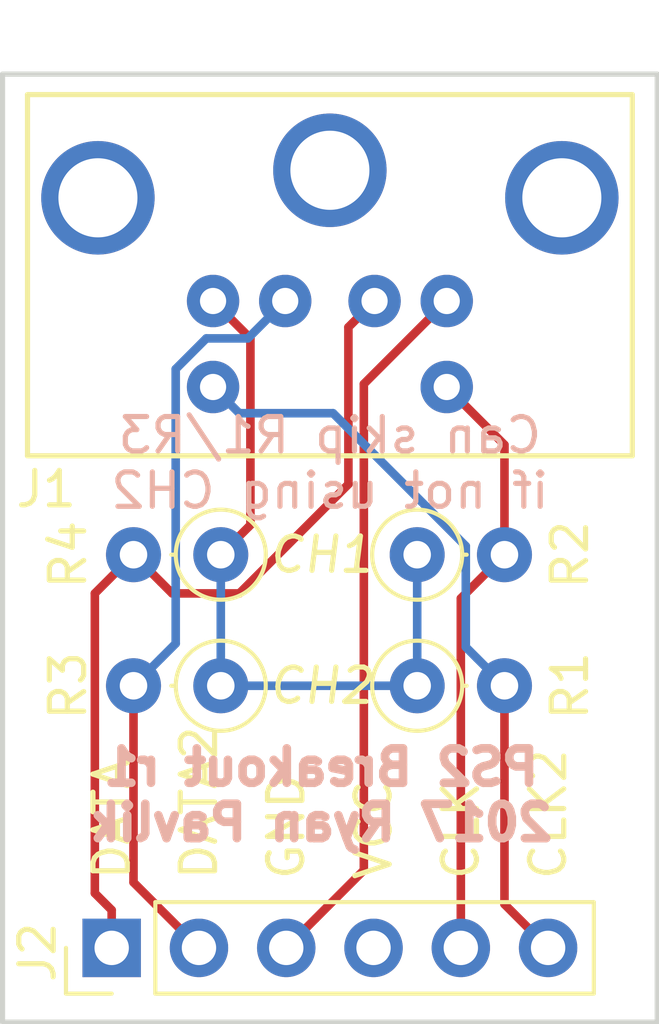
<source format=kicad_pcb>
(kicad_pcb (version 4) (host pcbnew 4.0.6)

  (general
    (links 17)
    (no_connects 4)
    (area 141.529999 108.135 160.885 142.161428)
    (thickness 1.6)
    (drawings 14)
    (tracks 42)
    (zones 0)
    (modules 6)
    (nets 7)
  )

  (page USLetter)
  (title_block
    (title "PS/2 Breakout Board")
    (date 2017-07-17)
    (rev 1)
    (company "Ryan Pavlik")
  )

  (layers
    (0 F.Cu signal)
    (31 B.Cu signal)
    (32 B.Adhes user)
    (33 F.Adhes user)
    (34 B.Paste user)
    (35 F.Paste user)
    (36 B.SilkS user)
    (37 F.SilkS user)
    (38 B.Mask user)
    (39 F.Mask user)
    (40 Dwgs.User user)
    (41 Cmts.User user)
    (42 Eco1.User user)
    (43 Eco2.User user)
    (44 Edge.Cuts user)
    (45 Margin user)
    (46 B.CrtYd user)
    (47 F.CrtYd user)
    (48 B.Fab user)
    (49 F.Fab user)
  )

  (setup
    (last_trace_width 0.25)
    (trace_clearance 0.2)
    (zone_clearance 0.508)
    (zone_45_only no)
    (trace_min 0.11)
    (segment_width 0.2)
    (edge_width 0.15)
    (via_size 0.6)
    (via_drill 0.4)
    (via_min_size 0.4572)
    (via_min_drill 0.2032)
    (uvia_size 0.3)
    (uvia_drill 0.1)
    (uvias_allowed no)
    (uvia_min_size 0.0254)
    (uvia_min_drill 0.0254)
    (pcb_text_width 0.3)
    (pcb_text_size 1.5 1.5)
    (mod_edge_width 0.15)
    (mod_text_size 1 1)
    (mod_text_width 0.15)
    (pad_size 1.524 1.524)
    (pad_drill 0.762)
    (pad_to_mask_clearance 0.11)
    (solder_mask_min_width 0.11)
    (aux_axis_origin 0 0)
    (visible_elements 7FFFFF7F)
    (pcbplotparams
      (layerselection 0x010f0_80000001)
      (usegerberextensions false)
      (excludeedgelayer true)
      (linewidth 0.100000)
      (plotframeref false)
      (viasonmask false)
      (mode 1)
      (useauxorigin false)
      (hpglpennumber 1)
      (hpglpenspeed 20)
      (hpglpendiameter 15)
      (hpglpenoverlay 2)
      (psnegative false)
      (psa4output false)
      (plotreference true)
      (plotvalue true)
      (plotinvisibletext false)
      (padsonsilk false)
      (subtractmaskfromsilk false)
      (outputformat 1)
      (mirror false)
      (drillshape 0)
      (scaleselection 1)
      (outputdirectory gerbers/))
  )

  (net 0 "")
  (net 1 GND)
  (net 2 /CLK)
  (net 3 /VCC)
  (net 4 /CLK2)
  (net 5 /DATA)
  (net 6 /DATA2)

  (net_class Default "This is the default net class."
    (clearance 0.2)
    (trace_width 0.25)
    (via_dia 0.6)
    (via_drill 0.4)
    (uvia_dia 0.3)
    (uvia_drill 0.1)
    (add_net /CLK)
    (add_net /CLK2)
    (add_net /DATA)
    (add_net /DATA2)
    (add_net /VCC)
    (add_net GND)
  )

  (module PS2_mini_din_6:MINI-DIN-6-FULL-SHIELD (layer F.Cu) (tedit 596CE90F) (tstamp 596CDC85)
    (at 151.13 108.585)
    (path /596CD6A0)
    (fp_text reference J1 (at -8.255 13.97) (layer F.SilkS)
      (effects (font (size 1 1) (thickness 0.15)))
    )
    (fp_text value PS2-MINIDIN6-FEMALE (at 0.15 1.325) (layer F.Fab) hide
      (effects (font (size 1 1) (thickness 0.15)))
    )
    (fp_line (start 9.25 0) (end 9.25 13.2) (layer F.CrtYd) (width 0.15))
    (fp_line (start -8.8 13) (end -8.8 2.5) (layer F.SilkS) (width 0.15))
    (fp_line (start 8.8 13) (end -8.8 13) (layer F.SilkS) (width 0.15))
    (fp_line (start 8.8 2.5) (end 8.8 13) (layer F.SilkS) (width 0.15))
    (fp_line (start -8.8 2.5) (end 8.8 2.5) (layer F.SilkS) (width 0.15))
    (fp_line (start 9.25 13.2) (end -9 13.2) (layer F.CrtYd) (width 0.15))
    (fp_line (start -9 0) (end 9.25 0) (layer F.CrtYd) (width 0.15))
    (fp_line (start -9 13.2) (end -9 0) (layer F.CrtYd) (width 0.15))
    (pad 7 thru_hole circle (at -6.75 5.5) (size 3.3 3.3) (drill 2.3) (layers *.Cu *.Mask)
      (net 1 GND))
    (pad 7 thru_hole circle (at 6.75 5.5) (size 3.3 3.3) (drill 2.3) (layers *.Cu *.Mask)
      (net 1 GND))
    (pad 3 thru_hole circle (at 3.4 8.5) (size 1.524 1.524) (drill 0.762) (layers *.Cu *.Mask)
      (net 1 GND))
    (pad 5 thru_hole circle (at 3.4 11) (size 1.524 1.524) (drill 0.762) (layers *.Cu *.Mask)
      (net 2 /CLK))
    (pad 4 thru_hole circle (at -3.4 8.5) (size 1.524 1.524) (drill 0.762) (layers *.Cu *.Mask)
      (net 3 /VCC))
    (pad 6 thru_hole circle (at -3.4 11) (size 1.524 1.524) (drill 0.762) (layers *.Cu *.Mask)
      (net 4 /CLK2))
    (pad 1 thru_hole circle (at 1.3 8.5) (size 1.524 1.524) (drill 0.762) (layers *.Cu *.Mask)
      (net 5 /DATA))
    (pad 2 thru_hole circle (at -1.3 8.5) (size 1.524 1.524) (drill 0.762) (layers *.Cu *.Mask)
      (net 6 /DATA2))
    (pad 7 thru_hole circle (at 0 4.7) (size 3.3 3.3) (drill 2.3) (layers *.Cu *.Mask)
      (net 1 GND))
  )

  (module Resistors_ThroughHole:R_Axial_DIN0207_L6.3mm_D2.5mm_P2.54mm_Vertical (layer F.Cu) (tedit 596CDDE5) (tstamp 596CDCA1)
    (at 147.955 128.27 180)
    (descr "Resistor, Axial_DIN0207 series, Axial, Vertical, pin pitch=2.54mm, 0.25W = 1/4W, length*diameter=6.3*2.5mm^2, http://cdn-reichelt.de/documents/datenblatt/B400/1_4W%23YAG.pdf")
    (tags "Resistor Axial_DIN0207 series Axial Vertical pin pitch 2.54mm 0.25W = 1/4W length 6.3mm diameter 2.5mm")
    (path /596CD98C)
    (fp_text reference R3 (at 4.445 0 270) (layer F.SilkS)
      (effects (font (size 1 1) (thickness 0.15)))
    )
    (fp_text value 10K (at 1.27 2.31 180) (layer F.Fab) hide
      (effects (font (size 1 1) (thickness 0.15)))
    )
    (fp_circle (center 0 0) (end 1.25 0) (layer F.Fab) (width 0.1))
    (fp_circle (center 0 0) (end 1.31 0) (layer F.SilkS) (width 0.12))
    (fp_line (start 0 0) (end 2.54 0) (layer F.Fab) (width 0.1))
    (fp_line (start 1.31 0) (end 1.44 0) (layer F.SilkS) (width 0.12))
    (fp_line (start -1.6 -1.6) (end -1.6 1.6) (layer F.CrtYd) (width 0.05))
    (fp_line (start -1.6 1.6) (end 3.65 1.6) (layer F.CrtYd) (width 0.05))
    (fp_line (start 3.65 1.6) (end 3.65 -1.6) (layer F.CrtYd) (width 0.05))
    (fp_line (start 3.65 -1.6) (end -1.6 -1.6) (layer F.CrtYd) (width 0.05))
    (pad 1 thru_hole circle (at 0 0 180) (size 1.6 1.6) (drill 0.8) (layers *.Cu *.Mask)
      (net 3 /VCC))
    (pad 2 thru_hole oval (at 2.54 0 180) (size 1.6 1.6) (drill 0.8) (layers *.Cu *.Mask)
      (net 6 /DATA2))
    (model Resistors_THT.3dshapes/R_Axial_DIN0207_L6.3mm_D2.5mm_P2.54mm_Vertical.wrl
      (at (xyz 0 0 0))
      (scale (xyz 0.393701 0.393701 0.393701))
      (rotate (xyz 0 0 0))
    )
  )

  (module Resistors_ThroughHole:R_Axial_DIN0207_L6.3mm_D2.5mm_P2.54mm_Vertical (layer F.Cu) (tedit 596CDDAB) (tstamp 596CDC95)
    (at 153.67 128.27)
    (descr "Resistor, Axial_DIN0207 series, Axial, Vertical, pin pitch=2.54mm, 0.25W = 1/4W, length*diameter=6.3*2.5mm^2, http://cdn-reichelt.de/documents/datenblatt/B400/1_4W%23YAG.pdf")
    (tags "Resistor Axial_DIN0207 series Axial Vertical pin pitch 2.54mm 0.25W = 1/4W length 6.3mm diameter 2.5mm")
    (path /596CDA17)
    (fp_text reference R1 (at 4.445 0 90) (layer F.SilkS)
      (effects (font (size 1 1) (thickness 0.15)))
    )
    (fp_text value 10K (at 1.27 -1.905) (layer F.Fab) hide
      (effects (font (size 1 1) (thickness 0.15)))
    )
    (fp_circle (center 0 0) (end 1.25 0) (layer F.Fab) (width 0.1))
    (fp_circle (center 0 0) (end 1.31 0) (layer F.SilkS) (width 0.12))
    (fp_line (start 0 0) (end 2.54 0) (layer F.Fab) (width 0.1))
    (fp_line (start 1.31 0) (end 1.44 0) (layer F.SilkS) (width 0.12))
    (fp_line (start -1.6 -1.6) (end -1.6 1.6) (layer F.CrtYd) (width 0.05))
    (fp_line (start -1.6 1.6) (end 3.65 1.6) (layer F.CrtYd) (width 0.05))
    (fp_line (start 3.65 1.6) (end 3.65 -1.6) (layer F.CrtYd) (width 0.05))
    (fp_line (start 3.65 -1.6) (end -1.6 -1.6) (layer F.CrtYd) (width 0.05))
    (pad 1 thru_hole circle (at 0 0) (size 1.6 1.6) (drill 0.8) (layers *.Cu *.Mask)
      (net 3 /VCC))
    (pad 2 thru_hole oval (at 2.54 0) (size 1.6 1.6) (drill 0.8) (layers *.Cu *.Mask)
      (net 4 /CLK2))
    (model Resistors_THT.3dshapes/R_Axial_DIN0207_L6.3mm_D2.5mm_P2.54mm_Vertical.wrl
      (at (xyz 0 0 0))
      (scale (xyz 0.393701 0.393701 0.393701))
      (rotate (xyz 0 0 0))
    )
  )

  (module Resistors_ThroughHole:R_Axial_DIN0207_L6.3mm_D2.5mm_P2.54mm_Vertical (layer F.Cu) (tedit 596CDDA3) (tstamp 596CDC9B)
    (at 153.67 124.46)
    (descr "Resistor, Axial_DIN0207 series, Axial, Vertical, pin pitch=2.54mm, 0.25W = 1/4W, length*diameter=6.3*2.5mm^2, http://cdn-reichelt.de/documents/datenblatt/B400/1_4W%23YAG.pdf")
    (tags "Resistor Axial_DIN0207 series Axial Vertical pin pitch 2.54mm 0.25W = 1/4W length 6.3mm diameter 2.5mm")
    (path /596CDA3E)
    (fp_text reference R2 (at 4.445 0 90) (layer F.SilkS)
      (effects (font (size 1 1) (thickness 0.15)))
    )
    (fp_text value 10K (at 1.27 -1.905 180) (layer F.Fab) hide
      (effects (font (size 1 1) (thickness 0.15)))
    )
    (fp_circle (center 0 0) (end 1.25 0) (layer F.Fab) (width 0.1))
    (fp_circle (center 0 0) (end 1.31 0) (layer F.SilkS) (width 0.12))
    (fp_line (start 0 0) (end 2.54 0) (layer F.Fab) (width 0.1))
    (fp_line (start 1.31 0) (end 1.44 0) (layer F.SilkS) (width 0.12))
    (fp_line (start -1.6 -1.6) (end -1.6 1.6) (layer F.CrtYd) (width 0.05))
    (fp_line (start -1.6 1.6) (end 3.65 1.6) (layer F.CrtYd) (width 0.05))
    (fp_line (start 3.65 1.6) (end 3.65 -1.6) (layer F.CrtYd) (width 0.05))
    (fp_line (start 3.65 -1.6) (end -1.6 -1.6) (layer F.CrtYd) (width 0.05))
    (pad 1 thru_hole circle (at 0 0) (size 1.6 1.6) (drill 0.8) (layers *.Cu *.Mask)
      (net 3 /VCC))
    (pad 2 thru_hole oval (at 2.54 0) (size 1.6 1.6) (drill 0.8) (layers *.Cu *.Mask)
      (net 2 /CLK))
    (model Resistors_THT.3dshapes/R_Axial_DIN0207_L6.3mm_D2.5mm_P2.54mm_Vertical.wrl
      (at (xyz 0 0 0))
      (scale (xyz 0.393701 0.393701 0.393701))
      (rotate (xyz 0 0 0))
    )
  )

  (module Pin_Headers:Pin_Header_Straight_1x06_Pitch2.54mm (layer F.Cu) (tedit 596CF9D7) (tstamp 596CDC8F)
    (at 144.78 135.89 90)
    (descr "Through hole straight pin header, 1x06, 2.54mm pitch, single row")
    (tags "Through hole pin header THT 1x06 2.54mm single row")
    (path /596CD6EB)
    (fp_text reference J2 (at -0.127 -2.159 270) (layer F.SilkS)
      (effects (font (size 1 1) (thickness 0.15)))
    )
    (fp_text value PIN_CONNECTOR (at 0 15.03 90) (layer F.Fab) hide
      (effects (font (size 1 1) (thickness 0.15)))
    )
    (fp_line (start -0.635 -1.27) (end 1.27 -1.27) (layer F.Fab) (width 0.1))
    (fp_line (start 1.27 -1.27) (end 1.27 13.97) (layer F.Fab) (width 0.1))
    (fp_line (start 1.27 13.97) (end -1.27 13.97) (layer F.Fab) (width 0.1))
    (fp_line (start -1.27 13.97) (end -1.27 -0.635) (layer F.Fab) (width 0.1))
    (fp_line (start -1.27 -0.635) (end -0.635 -1.27) (layer F.Fab) (width 0.1))
    (fp_line (start -1.33 14.03) (end 1.33 14.03) (layer F.SilkS) (width 0.12))
    (fp_line (start -1.33 1.27) (end -1.33 14.03) (layer F.SilkS) (width 0.12))
    (fp_line (start 1.33 1.27) (end 1.33 14.03) (layer F.SilkS) (width 0.12))
    (fp_line (start -1.33 1.27) (end 1.33 1.27) (layer F.SilkS) (width 0.12))
    (fp_line (start -1.33 0) (end -1.33 -1.33) (layer F.SilkS) (width 0.12))
    (fp_line (start -1.33 -1.33) (end 0 -1.33) (layer F.SilkS) (width 0.12))
    (fp_line (start -1.8 -1.8) (end -1.8 14.5) (layer F.CrtYd) (width 0.05))
    (fp_line (start -1.8 14.5) (end 1.8 14.5) (layer F.CrtYd) (width 0.05))
    (fp_line (start 1.8 14.5) (end 1.8 -1.8) (layer F.CrtYd) (width 0.05))
    (fp_line (start 1.8 -1.8) (end -1.8 -1.8) (layer F.CrtYd) (width 0.05))
    (fp_text user %R (at 0 6.35 180) (layer F.Fab) hide
      (effects (font (size 1 1) (thickness 0.15)))
    )
    (pad 1 thru_hole rect (at 0 0 90) (size 1.7 1.7) (drill 1) (layers *.Cu *.Mask)
      (net 5 /DATA))
    (pad 2 thru_hole oval (at 0 2.54 90) (size 1.7 1.7) (drill 1) (layers *.Cu *.Mask)
      (net 6 /DATA2))
    (pad 3 thru_hole oval (at 0 5.08 90) (size 1.7 1.7) (drill 1) (layers *.Cu *.Mask)
      (net 1 GND))
    (pad 4 thru_hole oval (at 0 7.62 90) (size 1.7 1.7) (drill 1) (layers *.Cu *.Mask)
      (net 3 /VCC))
    (pad 5 thru_hole oval (at 0 10.16 90) (size 1.7 1.7) (drill 1) (layers *.Cu *.Mask)
      (net 2 /CLK))
    (pad 6 thru_hole oval (at 0 12.7 90) (size 1.7 1.7) (drill 1) (layers *.Cu *.Mask)
      (net 4 /CLK2))
    (model ${KISYS3DMOD}/Pin_Headers.3dshapes/Pin_Header_Straight_1x06_Pitch2.54mm.wrl
      (at (xyz 0 0 0))
      (scale (xyz 1 1 1))
      (rotate (xyz 0 0 0))
    )
  )

  (module Resistors_ThroughHole:R_Axial_DIN0207_L6.3mm_D2.5mm_P2.54mm_Vertical (layer F.Cu) (tedit 596CDDE8) (tstamp 596CDCA7)
    (at 147.955 124.46 180)
    (descr "Resistor, Axial_DIN0207 series, Axial, Vertical, pin pitch=2.54mm, 0.25W = 1/4W, length*diameter=6.3*2.5mm^2, http://cdn-reichelt.de/documents/datenblatt/B400/1_4W%23YAG.pdf")
    (tags "Resistor Axial_DIN0207 series Axial Vertical pin pitch 2.54mm 0.25W = 1/4W length 6.3mm diameter 2.5mm")
    (path /596CD937)
    (fp_text reference R4 (at 4.445 0 270) (layer F.SilkS)
      (effects (font (size 1 1) (thickness 0.15)))
    )
    (fp_text value 10K (at 1.27 2.31 180) (layer F.Fab) hide
      (effects (font (size 1 1) (thickness 0.15)))
    )
    (fp_circle (center 0 0) (end 1.25 0) (layer F.Fab) (width 0.1))
    (fp_circle (center 0 0) (end 1.31 0) (layer F.SilkS) (width 0.12))
    (fp_line (start 0 0) (end 2.54 0) (layer F.Fab) (width 0.1))
    (fp_line (start 1.31 0) (end 1.44 0) (layer F.SilkS) (width 0.12))
    (fp_line (start -1.6 -1.6) (end -1.6 1.6) (layer F.CrtYd) (width 0.05))
    (fp_line (start -1.6 1.6) (end 3.65 1.6) (layer F.CrtYd) (width 0.05))
    (fp_line (start 3.65 1.6) (end 3.65 -1.6) (layer F.CrtYd) (width 0.05))
    (fp_line (start 3.65 -1.6) (end -1.6 -1.6) (layer F.CrtYd) (width 0.05))
    (pad 1 thru_hole circle (at 0 0 180) (size 1.6 1.6) (drill 0.8) (layers *.Cu *.Mask)
      (net 3 /VCC))
    (pad 2 thru_hole oval (at 2.54 0 180) (size 1.6 1.6) (drill 0.8) (layers *.Cu *.Mask)
      (net 5 /DATA))
    (model Resistors_THT.3dshapes/R_Axial_DIN0207_L6.3mm_D2.5mm_P2.54mm_Vertical.wrl
      (at (xyz 0 0 0))
      (scale (xyz 0.393701 0.393701 0.393701))
      (rotate (xyz 0 0 0))
    )
  )

  (gr_text "Can skip R1/R3\nif not using CH2" (at 151.13 121.793 360) (layer B.SilkS)
    (effects (font (size 1 1) (thickness 0.15)) (justify mirror))
  )
  (gr_text "CH2\n" (at 150.876 128.27) (layer F.SilkS) (tstamp 596CFA16)
    (effects (font (size 1 1) (thickness 0.15) italic))
  )
  (gr_line (start 160.655 138.049) (end 160.655 110.49) (layer Edge.Cuts) (width 0.15))
  (gr_line (start 141.605 138.049) (end 160.655 138.049) (layer Edge.Cuts) (width 0.15))
  (gr_line (start 141.605 110.49) (end 141.605 138.049) (layer Edge.Cuts) (width 0.15))
  (gr_line (start 160.655 110.49) (end 141.605 110.49) (layer Edge.Cuts) (width 0.15))
  (gr_text "PS2 Breakout r1\n2017 Ryan Pavlik" (at 150.876 131.445) (layer B.SilkS)
    (effects (font (size 1 1) (thickness 0.25)) (justify mirror))
  )
  (gr_text CH1 (at 150.876 124.46) (layer F.SilkS)
    (effects (font (size 1 1) (thickness 0.15) italic))
  )
  (gr_text DATA (at 144.78 133.985 90) (layer F.SilkS) (tstamp 596CE29B)
    (effects (font (size 1 1) (thickness 0.15)) (justify left))
  )
  (gr_text DATA2 (at 147.32 133.985 90) (layer F.SilkS) (tstamp 596CE299)
    (effects (font (size 1 1) (thickness 0.15)) (justify left))
  )
  (gr_text GND (at 149.86 133.985 90) (layer F.SilkS) (tstamp 596CE296)
    (effects (font (size 1 1) (thickness 0.15)) (justify left))
  )
  (gr_text VCC (at 152.4 133.985 90) (layer F.SilkS) (tstamp 596CE290)
    (effects (font (size 1 1) (thickness 0.15)) (justify left))
  )
  (gr_text CLK (at 154.94 133.985 90) (layer F.SilkS) (tstamp 596CE0A3)
    (effects (font (size 1 1) (thickness 0.15)) (justify left))
  )
  (gr_text CLK2 (at 157.48 133.985 90) (layer F.SilkS)
    (effects (font (size 1 1) (thickness 0.15)) (justify left))
  )

  (segment (start 154.53 117.085) (end 152.11801 119.49699) (width 0.25) (layer F.Cu) (net 1))
  (segment (start 152.11801 119.49699) (end 152.11801 133.63199) (width 0.25) (layer F.Cu) (net 1))
  (segment (start 152.11801 133.63199) (end 150.709999 135.040001) (width 0.25) (layer F.Cu) (net 1))
  (segment (start 150.709999 135.040001) (end 149.86 135.89) (width 0.25) (layer F.Cu) (net 1))
  (segment (start 156.21 124.46) (end 156.21 121.265) (width 0.25) (layer F.Cu) (net 2))
  (segment (start 156.21 121.265) (end 154.53 119.585) (width 0.25) (layer F.Cu) (net 2))
  (segment (start 156.21 124.46) (end 154.94 125.73) (width 0.25) (layer F.Cu) (net 2))
  (segment (start 154.94 125.73) (end 154.94 135.89) (width 0.25) (layer F.Cu) (net 2))
  (segment (start 153.67 128.27) (end 153.67 124.46) (width 0.25) (layer B.Cu) (net 3))
  (segment (start 147.955 128.27) (end 153.67 128.27) (width 0.25) (layer B.Cu) (net 3))
  (segment (start 147.955 124.46) (end 147.955 128.27) (width 0.25) (layer B.Cu) (net 3))
  (segment (start 147.73 117.085) (end 148.817001 118.172001) (width 0.25) (layer F.Cu) (net 3))
  (segment (start 148.817001 118.172001) (end 148.817001 123.597999) (width 0.25) (layer F.Cu) (net 3))
  (segment (start 148.817001 123.597999) (end 148.754999 123.660001) (width 0.25) (layer F.Cu) (net 3))
  (segment (start 148.754999 123.660001) (end 147.955 124.46) (width 0.25) (layer F.Cu) (net 3))
  (segment (start 147.73 119.585) (end 148.491999 120.346999) (width 0.25) (layer B.Cu) (net 4))
  (segment (start 148.491999 120.346999) (end 151.222001 120.346999) (width 0.25) (layer B.Cu) (net 4))
  (segment (start 151.222001 120.346999) (end 155.084999 124.209997) (width 0.25) (layer B.Cu) (net 4))
  (segment (start 155.084999 124.209997) (end 155.084999 127.144999) (width 0.25) (layer B.Cu) (net 4))
  (segment (start 155.084999 127.144999) (end 155.410001 127.470001) (width 0.25) (layer B.Cu) (net 4))
  (segment (start 155.410001 127.470001) (end 156.21 128.27) (width 0.25) (layer B.Cu) (net 4))
  (segment (start 156.21 128.27) (end 156.21 134.62) (width 0.25) (layer F.Cu) (net 4))
  (segment (start 156.21 134.62) (end 157.48 135.89) (width 0.25) (layer F.Cu) (net 4))
  (segment (start 152.43 117.085) (end 151.668001 117.846999) (width 0.25) (layer F.Cu) (net 5))
  (segment (start 148.495001 125.585001) (end 146.540001 125.585001) (width 0.25) (layer F.Cu) (net 5))
  (segment (start 151.668001 117.846999) (end 151.668001 122.412001) (width 0.25) (layer F.Cu) (net 5))
  (segment (start 151.668001 122.412001) (end 148.495001 125.585001) (width 0.25) (layer F.Cu) (net 5))
  (segment (start 146.540001 125.585001) (end 146.214999 125.259999) (width 0.25) (layer F.Cu) (net 5))
  (segment (start 146.214999 125.259999) (end 145.415 124.46) (width 0.25) (layer F.Cu) (net 5))
  (segment (start 152.43 117.445) (end 152.43 117.085) (width 0.25) (layer F.Cu) (net 5))
  (segment (start 145.415 124.46) (end 144.289999 125.585001) (width 0.25) (layer F.Cu) (net 5))
  (segment (start 144.289999 125.585001) (end 144.289999 134.299999) (width 0.25) (layer F.Cu) (net 5))
  (segment (start 144.289999 134.299999) (end 144.78 134.79) (width 0.25) (layer F.Cu) (net 5))
  (segment (start 144.78 134.79) (end 144.78 135.89) (width 0.25) (layer F.Cu) (net 5))
  (segment (start 149.83 117.085) (end 148.742999 118.172001) (width 0.25) (layer B.Cu) (net 6))
  (segment (start 146.642999 119.063239) (end 146.642999 127.042001) (width 0.25) (layer B.Cu) (net 6))
  (segment (start 148.742999 118.172001) (end 147.534237 118.172001) (width 0.25) (layer B.Cu) (net 6))
  (segment (start 147.534237 118.172001) (end 146.642999 119.063239) (width 0.25) (layer B.Cu) (net 6))
  (segment (start 146.642999 127.042001) (end 146.214999 127.470001) (width 0.25) (layer B.Cu) (net 6))
  (segment (start 146.214999 127.470001) (end 145.415 128.27) (width 0.25) (layer B.Cu) (net 6))
  (segment (start 145.415 128.27) (end 145.415 133.985) (width 0.25) (layer F.Cu) (net 6))
  (segment (start 145.415 133.985) (end 147.32 135.89) (width 0.25) (layer F.Cu) (net 6))

)

</source>
